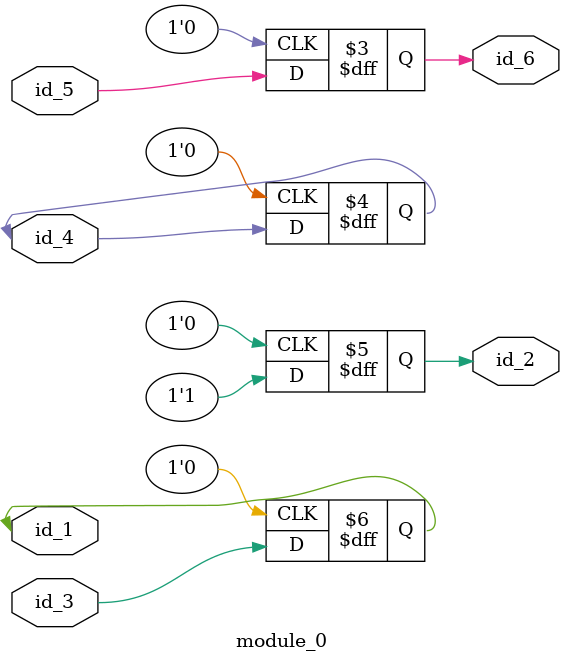
<source format=v>
module module_0 (
    id_1,
    id_2,
    id_3,
    id_4,
    id_5,
    id_6
);
  output id_6;
  input id_5;
  inout id_4;
  inout id_3;
  output id_2;
  inout id_1;
  reg id_6 = 1;
  always @(posedge 1'b0) begin
    id_2 <= 1;
    if (1) begin
      id_6 <= id_5;
      if (1) id_1 <= id_3;
      else id_3 <= 1;
    end
    id_4 = id_4;
  end
endmodule

</source>
